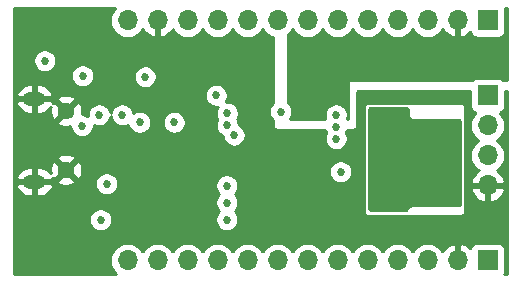
<source format=gbr>
G04 #@! TF.GenerationSoftware,KiCad,Pcbnew,(5.1.4)-1*
G04 #@! TF.CreationDate,2019-12-06T22:53:01-05:00*
G04 #@! TF.ProjectId,STM32G4DevBoard,53544d33-3247-4344-9465-76426f617264,rev?*
G04 #@! TF.SameCoordinates,Original*
G04 #@! TF.FileFunction,Copper,L2,Inr*
G04 #@! TF.FilePolarity,Positive*
%FSLAX46Y46*%
G04 Gerber Fmt 4.6, Leading zero omitted, Abs format (unit mm)*
G04 Created by KiCad (PCBNEW (5.1.4)-1) date 2019-12-06 22:53:01*
%MOMM*%
%LPD*%
G04 APERTURE LIST*
%ADD10O,1.700000X1.700000*%
%ADD11R,1.700000X1.700000*%
%ADD12O,1.900000X1.200000*%
%ADD13C,1.450000*%
%ADD14C,0.685800*%
%ADD15C,0.254000*%
G04 APERTURE END LIST*
D10*
X117094000Y-101473000D03*
X119634000Y-101473000D03*
X122174000Y-101473000D03*
X124714000Y-101473000D03*
X127254000Y-101473000D03*
X129794000Y-101473000D03*
X132334000Y-101473000D03*
X134874000Y-101473000D03*
X137414000Y-101473000D03*
X139954000Y-101473000D03*
X142494000Y-101473000D03*
X145034000Y-101473000D03*
D11*
X147574000Y-101473000D03*
D10*
X117094000Y-81153000D03*
X119634000Y-81153000D03*
X122174000Y-81153000D03*
X124714000Y-81153000D03*
X127254000Y-81153000D03*
X129794000Y-81153000D03*
X132334000Y-81153000D03*
X134874000Y-81153000D03*
X137414000Y-81153000D03*
X139954000Y-81153000D03*
X142494000Y-81153000D03*
X145034000Y-81153000D03*
D11*
X147574000Y-81153000D03*
D12*
X109212400Y-94813000D03*
X109212400Y-87813000D03*
D13*
X111912400Y-93813000D03*
X111912400Y-88813000D03*
D11*
X147574000Y-87513000D03*
D10*
X147574000Y-90053000D03*
X147574000Y-92593000D03*
X147574000Y-95133000D03*
D14*
X144780000Y-96393000D03*
X142367000Y-96393000D03*
X138049000Y-93980000D03*
X138049000Y-91821000D03*
X138049000Y-89027000D03*
X140335000Y-89027000D03*
X140335000Y-90043000D03*
X142367000Y-90043000D03*
X144780000Y-90043000D03*
X144780000Y-92964000D03*
X140335000Y-96774000D03*
X138049000Y-90424000D03*
X128905000Y-85852000D03*
X138049000Y-95250000D03*
X138049000Y-96774000D03*
X135874000Y-95488000D03*
X114681000Y-93599000D03*
X115316000Y-96774000D03*
X109093000Y-98044000D03*
X119634000Y-89789000D03*
X117665500Y-91757500D03*
X113284000Y-92964000D03*
X122428000Y-89789000D03*
X111838600Y-84582000D03*
X133083300Y-91986100D03*
X114808000Y-98044000D03*
X125491185Y-98021085D03*
X135128000Y-93980000D03*
X115316000Y-94996000D03*
X124587000Y-87503000D03*
X110088600Y-84582000D03*
X114681000Y-89154000D03*
X118110000Y-89789000D03*
X116630440Y-89154000D03*
X121031000Y-89789000D03*
X113284000Y-85852000D03*
X113233200Y-90093800D03*
X125539500Y-89027000D03*
X125539500Y-90043000D03*
X126111000Y-90868500D03*
X130048000Y-88900000D03*
X125491185Y-95148400D03*
X125491185Y-96584742D03*
X134747000Y-89154000D03*
X134747000Y-90170000D03*
X134747000Y-91182834D03*
X118579900Y-85940900D03*
X131800600Y-88925400D03*
D15*
G36*
X140715876Y-88579723D02*
G01*
X140753114Y-88602167D01*
X140780003Y-88636333D01*
X140796583Y-88688970D01*
X140867407Y-89255561D01*
X140872293Y-89277965D01*
X140899306Y-89363722D01*
X140909078Y-89386621D01*
X140920640Y-89404110D01*
X140976246Y-89474764D01*
X140993487Y-89492724D01*
X141010487Y-89504991D01*
X141087492Y-89551403D01*
X141109972Y-89562103D01*
X141130213Y-89567562D01*
X141218659Y-89583730D01*
X141241496Y-89585800D01*
X145076291Y-89585800D01*
X145134919Y-89597462D01*
X145174015Y-89623585D01*
X145200138Y-89662681D01*
X145211800Y-89721309D01*
X145211800Y-96689291D01*
X145200138Y-96747919D01*
X145174015Y-96787015D01*
X145134919Y-96813138D01*
X145076291Y-96824800D01*
X141154596Y-96824800D01*
X141123706Y-96828614D01*
X141005741Y-96858195D01*
X140982302Y-96866588D01*
X140960951Y-96879393D01*
X140951269Y-96887347D01*
X140861221Y-96969091D01*
X140840912Y-96992678D01*
X140744043Y-97137982D01*
X140689187Y-97187780D01*
X140617324Y-97205800D01*
X137676509Y-97205800D01*
X137617881Y-97194138D01*
X137578785Y-97168015D01*
X137552662Y-97128919D01*
X137541000Y-97070291D01*
X137541000Y-88705309D01*
X137552662Y-88646681D01*
X137578785Y-88607585D01*
X137617881Y-88581462D01*
X137676509Y-88569800D01*
X140661591Y-88569800D01*
X140715876Y-88579723D01*
X140715876Y-88579723D01*
G37*
X140715876Y-88579723D02*
X140753114Y-88602167D01*
X140780003Y-88636333D01*
X140796583Y-88688970D01*
X140867407Y-89255561D01*
X140872293Y-89277965D01*
X140899306Y-89363722D01*
X140909078Y-89386621D01*
X140920640Y-89404110D01*
X140976246Y-89474764D01*
X140993487Y-89492724D01*
X141010487Y-89504991D01*
X141087492Y-89551403D01*
X141109972Y-89562103D01*
X141130213Y-89567562D01*
X141218659Y-89583730D01*
X141241496Y-89585800D01*
X145076291Y-89585800D01*
X145134919Y-89597462D01*
X145174015Y-89623585D01*
X145200138Y-89662681D01*
X145211800Y-89721309D01*
X145211800Y-96689291D01*
X145200138Y-96747919D01*
X145174015Y-96787015D01*
X145134919Y-96813138D01*
X145076291Y-96824800D01*
X141154596Y-96824800D01*
X141123706Y-96828614D01*
X141005741Y-96858195D01*
X140982302Y-96866588D01*
X140960951Y-96879393D01*
X140951269Y-96887347D01*
X140861221Y-96969091D01*
X140840912Y-96992678D01*
X140744043Y-97137982D01*
X140689187Y-97187780D01*
X140617324Y-97205800D01*
X137676509Y-97205800D01*
X137617881Y-97194138D01*
X137578785Y-97168015D01*
X137552662Y-97128919D01*
X137541000Y-97070291D01*
X137541000Y-88705309D01*
X137552662Y-88646681D01*
X137578785Y-88607585D01*
X137617881Y-88581462D01*
X137676509Y-88569800D01*
X140661591Y-88569800D01*
X140715876Y-88579723D01*
G36*
X149225401Y-86169500D02*
G01*
X148823624Y-86169500D01*
X148778494Y-86132463D01*
X148668180Y-86073498D01*
X148548482Y-86037188D01*
X148424000Y-86024928D01*
X146724000Y-86024928D01*
X146599518Y-86037188D01*
X146479820Y-86073498D01*
X146369506Y-86132463D01*
X146324376Y-86169500D01*
X135890000Y-86169500D01*
X135865224Y-86171940D01*
X135841399Y-86179167D01*
X135819443Y-86190903D01*
X135800197Y-86206697D01*
X135784403Y-86225943D01*
X135772667Y-86247899D01*
X135765440Y-86271724D01*
X135763000Y-86296500D01*
X135763000Y-89534395D01*
X135648133Y-89533849D01*
X135687320Y-89439243D01*
X135724900Y-89250315D01*
X135724900Y-89057685D01*
X135687320Y-88868757D01*
X135613604Y-88690790D01*
X135506585Y-88530625D01*
X135370375Y-88394415D01*
X135210210Y-88287396D01*
X135032243Y-88213680D01*
X134843315Y-88176100D01*
X134650685Y-88176100D01*
X134461757Y-88213680D01*
X134283790Y-88287396D01*
X134123625Y-88394415D01*
X133987415Y-88530625D01*
X133880396Y-88690790D01*
X133806680Y-88868757D01*
X133769100Y-89057685D01*
X133769100Y-89250315D01*
X133806680Y-89439243D01*
X133842314Y-89525270D01*
X130815925Y-89510893D01*
X130914604Y-89363210D01*
X130988320Y-89185243D01*
X131025900Y-88996315D01*
X131025900Y-88803685D01*
X130988320Y-88614757D01*
X130914604Y-88436790D01*
X130807585Y-88276625D01*
X130672273Y-88141313D01*
X130679917Y-82347007D01*
X130849134Y-82208134D01*
X131034706Y-81982014D01*
X131064000Y-81927209D01*
X131093294Y-81982014D01*
X131278866Y-82208134D01*
X131504986Y-82393706D01*
X131762966Y-82531599D01*
X132042889Y-82616513D01*
X132261050Y-82638000D01*
X132406950Y-82638000D01*
X132625111Y-82616513D01*
X132905034Y-82531599D01*
X133163014Y-82393706D01*
X133389134Y-82208134D01*
X133574706Y-81982014D01*
X133604000Y-81927209D01*
X133633294Y-81982014D01*
X133818866Y-82208134D01*
X134044986Y-82393706D01*
X134302966Y-82531599D01*
X134582889Y-82616513D01*
X134801050Y-82638000D01*
X134946950Y-82638000D01*
X135165111Y-82616513D01*
X135445034Y-82531599D01*
X135703014Y-82393706D01*
X135929134Y-82208134D01*
X136114706Y-81982014D01*
X136144000Y-81927209D01*
X136173294Y-81982014D01*
X136358866Y-82208134D01*
X136584986Y-82393706D01*
X136842966Y-82531599D01*
X137122889Y-82616513D01*
X137341050Y-82638000D01*
X137486950Y-82638000D01*
X137705111Y-82616513D01*
X137985034Y-82531599D01*
X138243014Y-82393706D01*
X138469134Y-82208134D01*
X138654706Y-81982014D01*
X138684000Y-81927209D01*
X138713294Y-81982014D01*
X138898866Y-82208134D01*
X139124986Y-82393706D01*
X139382966Y-82531599D01*
X139662889Y-82616513D01*
X139881050Y-82638000D01*
X140026950Y-82638000D01*
X140245111Y-82616513D01*
X140525034Y-82531599D01*
X140783014Y-82393706D01*
X141009134Y-82208134D01*
X141194706Y-81982014D01*
X141224000Y-81927209D01*
X141253294Y-81982014D01*
X141438866Y-82208134D01*
X141664986Y-82393706D01*
X141922966Y-82531599D01*
X142202889Y-82616513D01*
X142421050Y-82638000D01*
X142566950Y-82638000D01*
X142785111Y-82616513D01*
X143065034Y-82531599D01*
X143323014Y-82393706D01*
X143549134Y-82208134D01*
X143734706Y-81982014D01*
X143769201Y-81917477D01*
X143838822Y-82034355D01*
X144033731Y-82250588D01*
X144267080Y-82424641D01*
X144529901Y-82549825D01*
X144677110Y-82594476D01*
X144907000Y-82473155D01*
X144907000Y-81280000D01*
X144887000Y-81280000D01*
X144887000Y-81026000D01*
X144907000Y-81026000D01*
X144907000Y-81006000D01*
X145161000Y-81006000D01*
X145161000Y-81026000D01*
X145181000Y-81026000D01*
X145181000Y-81280000D01*
X145161000Y-81280000D01*
X145161000Y-82473155D01*
X145390890Y-82594476D01*
X145538099Y-82549825D01*
X145800920Y-82424641D01*
X146034269Y-82250588D01*
X146110034Y-82166534D01*
X146134498Y-82247180D01*
X146193463Y-82357494D01*
X146272815Y-82454185D01*
X146369506Y-82533537D01*
X146479820Y-82592502D01*
X146599518Y-82628812D01*
X146724000Y-82641072D01*
X148424000Y-82641072D01*
X148548482Y-82628812D01*
X148668180Y-82592502D01*
X148778494Y-82533537D01*
X148875185Y-82454185D01*
X148954537Y-82357494D01*
X149013502Y-82247180D01*
X149049812Y-82127482D01*
X149062072Y-82003000D01*
X149062072Y-80303000D01*
X149049812Y-80178518D01*
X149037218Y-80137000D01*
X149225401Y-80137000D01*
X149225401Y-86169500D01*
X149225401Y-86169500D01*
G37*
X149225401Y-86169500D02*
X148823624Y-86169500D01*
X148778494Y-86132463D01*
X148668180Y-86073498D01*
X148548482Y-86037188D01*
X148424000Y-86024928D01*
X146724000Y-86024928D01*
X146599518Y-86037188D01*
X146479820Y-86073498D01*
X146369506Y-86132463D01*
X146324376Y-86169500D01*
X135890000Y-86169500D01*
X135865224Y-86171940D01*
X135841399Y-86179167D01*
X135819443Y-86190903D01*
X135800197Y-86206697D01*
X135784403Y-86225943D01*
X135772667Y-86247899D01*
X135765440Y-86271724D01*
X135763000Y-86296500D01*
X135763000Y-89534395D01*
X135648133Y-89533849D01*
X135687320Y-89439243D01*
X135724900Y-89250315D01*
X135724900Y-89057685D01*
X135687320Y-88868757D01*
X135613604Y-88690790D01*
X135506585Y-88530625D01*
X135370375Y-88394415D01*
X135210210Y-88287396D01*
X135032243Y-88213680D01*
X134843315Y-88176100D01*
X134650685Y-88176100D01*
X134461757Y-88213680D01*
X134283790Y-88287396D01*
X134123625Y-88394415D01*
X133987415Y-88530625D01*
X133880396Y-88690790D01*
X133806680Y-88868757D01*
X133769100Y-89057685D01*
X133769100Y-89250315D01*
X133806680Y-89439243D01*
X133842314Y-89525270D01*
X130815925Y-89510893D01*
X130914604Y-89363210D01*
X130988320Y-89185243D01*
X131025900Y-88996315D01*
X131025900Y-88803685D01*
X130988320Y-88614757D01*
X130914604Y-88436790D01*
X130807585Y-88276625D01*
X130672273Y-88141313D01*
X130679917Y-82347007D01*
X130849134Y-82208134D01*
X131034706Y-81982014D01*
X131064000Y-81927209D01*
X131093294Y-81982014D01*
X131278866Y-82208134D01*
X131504986Y-82393706D01*
X131762966Y-82531599D01*
X132042889Y-82616513D01*
X132261050Y-82638000D01*
X132406950Y-82638000D01*
X132625111Y-82616513D01*
X132905034Y-82531599D01*
X133163014Y-82393706D01*
X133389134Y-82208134D01*
X133574706Y-81982014D01*
X133604000Y-81927209D01*
X133633294Y-81982014D01*
X133818866Y-82208134D01*
X134044986Y-82393706D01*
X134302966Y-82531599D01*
X134582889Y-82616513D01*
X134801050Y-82638000D01*
X134946950Y-82638000D01*
X135165111Y-82616513D01*
X135445034Y-82531599D01*
X135703014Y-82393706D01*
X135929134Y-82208134D01*
X136114706Y-81982014D01*
X136144000Y-81927209D01*
X136173294Y-81982014D01*
X136358866Y-82208134D01*
X136584986Y-82393706D01*
X136842966Y-82531599D01*
X137122889Y-82616513D01*
X137341050Y-82638000D01*
X137486950Y-82638000D01*
X137705111Y-82616513D01*
X137985034Y-82531599D01*
X138243014Y-82393706D01*
X138469134Y-82208134D01*
X138654706Y-81982014D01*
X138684000Y-81927209D01*
X138713294Y-81982014D01*
X138898866Y-82208134D01*
X139124986Y-82393706D01*
X139382966Y-82531599D01*
X139662889Y-82616513D01*
X139881050Y-82638000D01*
X140026950Y-82638000D01*
X140245111Y-82616513D01*
X140525034Y-82531599D01*
X140783014Y-82393706D01*
X141009134Y-82208134D01*
X141194706Y-81982014D01*
X141224000Y-81927209D01*
X141253294Y-81982014D01*
X141438866Y-82208134D01*
X141664986Y-82393706D01*
X141922966Y-82531599D01*
X142202889Y-82616513D01*
X142421050Y-82638000D01*
X142566950Y-82638000D01*
X142785111Y-82616513D01*
X143065034Y-82531599D01*
X143323014Y-82393706D01*
X143549134Y-82208134D01*
X143734706Y-81982014D01*
X143769201Y-81917477D01*
X143838822Y-82034355D01*
X144033731Y-82250588D01*
X144267080Y-82424641D01*
X144529901Y-82549825D01*
X144677110Y-82594476D01*
X144907000Y-82473155D01*
X144907000Y-81280000D01*
X144887000Y-81280000D01*
X144887000Y-81026000D01*
X144907000Y-81026000D01*
X144907000Y-81006000D01*
X145161000Y-81006000D01*
X145161000Y-81026000D01*
X145181000Y-81026000D01*
X145181000Y-81280000D01*
X145161000Y-81280000D01*
X145161000Y-82473155D01*
X145390890Y-82594476D01*
X145538099Y-82549825D01*
X145800920Y-82424641D01*
X146034269Y-82250588D01*
X146110034Y-82166534D01*
X146134498Y-82247180D01*
X146193463Y-82357494D01*
X146272815Y-82454185D01*
X146369506Y-82533537D01*
X146479820Y-82592502D01*
X146599518Y-82628812D01*
X146724000Y-82641072D01*
X148424000Y-82641072D01*
X148548482Y-82628812D01*
X148668180Y-82592502D01*
X148778494Y-82533537D01*
X148875185Y-82454185D01*
X148954537Y-82357494D01*
X149013502Y-82247180D01*
X149049812Y-82127482D01*
X149062072Y-82003000D01*
X149062072Y-80303000D01*
X149049812Y-80178518D01*
X149037218Y-80137000D01*
X149225401Y-80137000D01*
X149225401Y-86169500D01*
G36*
X115853294Y-80323986D02*
G01*
X115715401Y-80581966D01*
X115630487Y-80861889D01*
X115601815Y-81153000D01*
X115630487Y-81444111D01*
X115715401Y-81724034D01*
X115853294Y-81982014D01*
X116038866Y-82208134D01*
X116264986Y-82393706D01*
X116522966Y-82531599D01*
X116802889Y-82616513D01*
X117021050Y-82638000D01*
X117166950Y-82638000D01*
X117385111Y-82616513D01*
X117665034Y-82531599D01*
X117923014Y-82393706D01*
X118149134Y-82208134D01*
X118334706Y-81982014D01*
X118369201Y-81917477D01*
X118438822Y-82034355D01*
X118633731Y-82250588D01*
X118867080Y-82424641D01*
X119129901Y-82549825D01*
X119277110Y-82594476D01*
X119507000Y-82473155D01*
X119507000Y-81280000D01*
X119487000Y-81280000D01*
X119487000Y-81026000D01*
X119507000Y-81026000D01*
X119507000Y-81006000D01*
X119761000Y-81006000D01*
X119761000Y-81026000D01*
X119781000Y-81026000D01*
X119781000Y-81280000D01*
X119761000Y-81280000D01*
X119761000Y-82473155D01*
X119990890Y-82594476D01*
X120138099Y-82549825D01*
X120400920Y-82424641D01*
X120634269Y-82250588D01*
X120829178Y-82034355D01*
X120898799Y-81917477D01*
X120933294Y-81982014D01*
X121118866Y-82208134D01*
X121344986Y-82393706D01*
X121602966Y-82531599D01*
X121882889Y-82616513D01*
X122101050Y-82638000D01*
X122246950Y-82638000D01*
X122465111Y-82616513D01*
X122745034Y-82531599D01*
X123003014Y-82393706D01*
X123229134Y-82208134D01*
X123414706Y-81982014D01*
X123444000Y-81927209D01*
X123473294Y-81982014D01*
X123658866Y-82208134D01*
X123884986Y-82393706D01*
X124142966Y-82531599D01*
X124422889Y-82616513D01*
X124641050Y-82638000D01*
X124786950Y-82638000D01*
X125005111Y-82616513D01*
X125285034Y-82531599D01*
X125543014Y-82393706D01*
X125769134Y-82208134D01*
X125954706Y-81982014D01*
X125984000Y-81927209D01*
X126013294Y-81982014D01*
X126198866Y-82208134D01*
X126424986Y-82393706D01*
X126682966Y-82531599D01*
X126962889Y-82616513D01*
X127181050Y-82638000D01*
X127326950Y-82638000D01*
X127545111Y-82616513D01*
X127825034Y-82531599D01*
X128083014Y-82393706D01*
X128309134Y-82208134D01*
X128494706Y-81982014D01*
X128524000Y-81927209D01*
X128553294Y-81982014D01*
X128738866Y-82208134D01*
X128964986Y-82393706D01*
X129222966Y-82531599D01*
X129420907Y-82591644D01*
X129403716Y-88161324D01*
X129288415Y-88276625D01*
X129181396Y-88436790D01*
X129107680Y-88614757D01*
X129070100Y-88803685D01*
X129070100Y-88996315D01*
X129107680Y-89185243D01*
X129181396Y-89363210D01*
X129288415Y-89523375D01*
X129399171Y-89634131D01*
X129397900Y-90045836D01*
X129400273Y-90070668D01*
X129419081Y-90166576D01*
X129426243Y-90190420D01*
X129437975Y-90212490D01*
X129492117Y-90293858D01*
X129507874Y-90313133D01*
X129527170Y-90329019D01*
X129608370Y-90383411D01*
X129630313Y-90395172D01*
X129654224Y-90402446D01*
X129750073Y-90421550D01*
X129774898Y-90424000D01*
X133800465Y-90424000D01*
X133806680Y-90455243D01*
X133880396Y-90633210D01*
X133909266Y-90676417D01*
X133880396Y-90719624D01*
X133806680Y-90897591D01*
X133769100Y-91086519D01*
X133769100Y-91279149D01*
X133806680Y-91468077D01*
X133880396Y-91646044D01*
X133987415Y-91806209D01*
X134123625Y-91942419D01*
X134283790Y-92049438D01*
X134461757Y-92123154D01*
X134650685Y-92160734D01*
X134843315Y-92160734D01*
X135032243Y-92123154D01*
X135210210Y-92049438D01*
X135370375Y-91942419D01*
X135506585Y-91806209D01*
X135613604Y-91646044D01*
X135687320Y-91468077D01*
X135724900Y-91279149D01*
X135724900Y-91086519D01*
X135687320Y-90897591D01*
X135613604Y-90719624D01*
X135584734Y-90676417D01*
X135613604Y-90633210D01*
X135687320Y-90455243D01*
X135693535Y-90424000D01*
X136148000Y-90424000D01*
X136172776Y-90421560D01*
X136268447Y-90402530D01*
X136292272Y-90395303D01*
X136314228Y-90383567D01*
X136395334Y-90329374D01*
X136414579Y-90313580D01*
X136430374Y-90294334D01*
X136484567Y-90213228D01*
X136496303Y-90191271D01*
X136503530Y-90167447D01*
X136522560Y-90071776D01*
X136525000Y-90047000D01*
X136525000Y-88489600D01*
X137083800Y-88489600D01*
X137083800Y-97336800D01*
X137086240Y-97361576D01*
X137105270Y-97457247D01*
X137112497Y-97481072D01*
X137124233Y-97503028D01*
X137178426Y-97584134D01*
X137194220Y-97603379D01*
X137213466Y-97619174D01*
X137294572Y-97673367D01*
X137316529Y-97685103D01*
X137340353Y-97692330D01*
X137436024Y-97711360D01*
X137460800Y-97713800D01*
X145292000Y-97713800D01*
X145316776Y-97711360D01*
X145412447Y-97692330D01*
X145436272Y-97685103D01*
X145458228Y-97673367D01*
X145539334Y-97619174D01*
X145558579Y-97603380D01*
X145574374Y-97584134D01*
X145628567Y-97503028D01*
X145640303Y-97481071D01*
X145647530Y-97457247D01*
X145666560Y-97361576D01*
X145669000Y-97336800D01*
X145669000Y-95489890D01*
X146132524Y-95489890D01*
X146177175Y-95637099D01*
X146302359Y-95899920D01*
X146476412Y-96133269D01*
X146692645Y-96328178D01*
X146942748Y-96477157D01*
X147217109Y-96574481D01*
X147447000Y-96453814D01*
X147447000Y-95260000D01*
X147701000Y-95260000D01*
X147701000Y-96453814D01*
X147930891Y-96574481D01*
X148205252Y-96477157D01*
X148455355Y-96328178D01*
X148671588Y-96133269D01*
X148845641Y-95899920D01*
X148970825Y-95637099D01*
X149015476Y-95489890D01*
X148894155Y-95260000D01*
X147701000Y-95260000D01*
X147447000Y-95260000D01*
X146253845Y-95260000D01*
X146132524Y-95489890D01*
X145669000Y-95489890D01*
X145669000Y-88489600D01*
X145666560Y-88464824D01*
X145647530Y-88369153D01*
X145640303Y-88345328D01*
X145628567Y-88323372D01*
X145574374Y-88242266D01*
X145558580Y-88223021D01*
X145539334Y-88207226D01*
X145458228Y-88153033D01*
X145436271Y-88141297D01*
X145412447Y-88134070D01*
X145316776Y-88115040D01*
X145292000Y-88112600D01*
X137460800Y-88112600D01*
X137436024Y-88115040D01*
X137340353Y-88134070D01*
X137316528Y-88141297D01*
X137294572Y-88153033D01*
X137213466Y-88207226D01*
X137194221Y-88223020D01*
X137178426Y-88242266D01*
X137124233Y-88323372D01*
X137112497Y-88345329D01*
X137105270Y-88369153D01*
X137086240Y-88464824D01*
X137083800Y-88489600D01*
X136525000Y-88489600D01*
X136525000Y-87257509D01*
X136536662Y-87198881D01*
X136562785Y-87159785D01*
X136601881Y-87133662D01*
X136660509Y-87122000D01*
X146085928Y-87122000D01*
X146085928Y-88363000D01*
X146098188Y-88487482D01*
X146134498Y-88607180D01*
X146193463Y-88717494D01*
X146272815Y-88814185D01*
X146369506Y-88893537D01*
X146479820Y-88952502D01*
X146548687Y-88973393D01*
X146518866Y-88997866D01*
X146333294Y-89223986D01*
X146195401Y-89481966D01*
X146110487Y-89761889D01*
X146081815Y-90053000D01*
X146110487Y-90344111D01*
X146195401Y-90624034D01*
X146333294Y-90882014D01*
X146518866Y-91108134D01*
X146744986Y-91293706D01*
X146799791Y-91323000D01*
X146744986Y-91352294D01*
X146518866Y-91537866D01*
X146333294Y-91763986D01*
X146195401Y-92021966D01*
X146110487Y-92301889D01*
X146081815Y-92593000D01*
X146110487Y-92884111D01*
X146195401Y-93164034D01*
X146333294Y-93422014D01*
X146518866Y-93648134D01*
X146744986Y-93833706D01*
X146809523Y-93868201D01*
X146692645Y-93937822D01*
X146476412Y-94132731D01*
X146302359Y-94366080D01*
X146177175Y-94628901D01*
X146132524Y-94776110D01*
X146253845Y-95006000D01*
X147447000Y-95006000D01*
X147447000Y-94986000D01*
X147701000Y-94986000D01*
X147701000Y-95006000D01*
X148894155Y-95006000D01*
X149015476Y-94776110D01*
X148970825Y-94628901D01*
X148845641Y-94366080D01*
X148671588Y-94132731D01*
X148455355Y-93937822D01*
X148338477Y-93868201D01*
X148403014Y-93833706D01*
X148629134Y-93648134D01*
X148814706Y-93422014D01*
X148952599Y-93164034D01*
X149037513Y-92884111D01*
X149066185Y-92593000D01*
X149037513Y-92301889D01*
X148952599Y-92021966D01*
X148814706Y-91763986D01*
X148629134Y-91537866D01*
X148403014Y-91352294D01*
X148348209Y-91323000D01*
X148403014Y-91293706D01*
X148629134Y-91108134D01*
X148814706Y-90882014D01*
X148952599Y-90624034D01*
X149037513Y-90344111D01*
X149066185Y-90053000D01*
X149037513Y-89761889D01*
X148952599Y-89481966D01*
X148814706Y-89223986D01*
X148629134Y-88997866D01*
X148599313Y-88973393D01*
X148668180Y-88952502D01*
X148778494Y-88893537D01*
X148875185Y-88814185D01*
X148954537Y-88717494D01*
X149013502Y-88607180D01*
X149049812Y-88487482D01*
X149062072Y-88363000D01*
X149062072Y-87122000D01*
X149216491Y-87122000D01*
X149225401Y-87123772D01*
X149225400Y-102613000D01*
X148989010Y-102613000D01*
X149013502Y-102567180D01*
X149049812Y-102447482D01*
X149062072Y-102323000D01*
X149062072Y-100623000D01*
X149049812Y-100498518D01*
X149013502Y-100378820D01*
X148954537Y-100268506D01*
X148875185Y-100171815D01*
X148778494Y-100092463D01*
X148668180Y-100033498D01*
X148548482Y-99997188D01*
X148424000Y-99984928D01*
X146724000Y-99984928D01*
X146599518Y-99997188D01*
X146479820Y-100033498D01*
X146369506Y-100092463D01*
X146272815Y-100171815D01*
X146193463Y-100268506D01*
X146134498Y-100378820D01*
X146110034Y-100459466D01*
X146034269Y-100375412D01*
X145800920Y-100201359D01*
X145538099Y-100076175D01*
X145390890Y-100031524D01*
X145161000Y-100152845D01*
X145161000Y-101346000D01*
X145181000Y-101346000D01*
X145181000Y-101600000D01*
X145161000Y-101600000D01*
X145161000Y-101620000D01*
X144907000Y-101620000D01*
X144907000Y-101600000D01*
X144887000Y-101600000D01*
X144887000Y-101346000D01*
X144907000Y-101346000D01*
X144907000Y-100152845D01*
X144677110Y-100031524D01*
X144529901Y-100076175D01*
X144267080Y-100201359D01*
X144033731Y-100375412D01*
X143838822Y-100591645D01*
X143769201Y-100708523D01*
X143734706Y-100643986D01*
X143549134Y-100417866D01*
X143323014Y-100232294D01*
X143065034Y-100094401D01*
X142785111Y-100009487D01*
X142566950Y-99988000D01*
X142421050Y-99988000D01*
X142202889Y-100009487D01*
X141922966Y-100094401D01*
X141664986Y-100232294D01*
X141438866Y-100417866D01*
X141253294Y-100643986D01*
X141224000Y-100698791D01*
X141194706Y-100643986D01*
X141009134Y-100417866D01*
X140783014Y-100232294D01*
X140525034Y-100094401D01*
X140245111Y-100009487D01*
X140026950Y-99988000D01*
X139881050Y-99988000D01*
X139662889Y-100009487D01*
X139382966Y-100094401D01*
X139124986Y-100232294D01*
X138898866Y-100417866D01*
X138713294Y-100643986D01*
X138684000Y-100698791D01*
X138654706Y-100643986D01*
X138469134Y-100417866D01*
X138243014Y-100232294D01*
X137985034Y-100094401D01*
X137705111Y-100009487D01*
X137486950Y-99988000D01*
X137341050Y-99988000D01*
X137122889Y-100009487D01*
X136842966Y-100094401D01*
X136584986Y-100232294D01*
X136358866Y-100417866D01*
X136173294Y-100643986D01*
X136144000Y-100698791D01*
X136114706Y-100643986D01*
X135929134Y-100417866D01*
X135703014Y-100232294D01*
X135445034Y-100094401D01*
X135165111Y-100009487D01*
X134946950Y-99988000D01*
X134801050Y-99988000D01*
X134582889Y-100009487D01*
X134302966Y-100094401D01*
X134044986Y-100232294D01*
X133818866Y-100417866D01*
X133633294Y-100643986D01*
X133604000Y-100698791D01*
X133574706Y-100643986D01*
X133389134Y-100417866D01*
X133163014Y-100232294D01*
X132905034Y-100094401D01*
X132625111Y-100009487D01*
X132406950Y-99988000D01*
X132261050Y-99988000D01*
X132042889Y-100009487D01*
X131762966Y-100094401D01*
X131504986Y-100232294D01*
X131278866Y-100417866D01*
X131093294Y-100643986D01*
X131064000Y-100698791D01*
X131034706Y-100643986D01*
X130849134Y-100417866D01*
X130623014Y-100232294D01*
X130365034Y-100094401D01*
X130085111Y-100009487D01*
X129866950Y-99988000D01*
X129721050Y-99988000D01*
X129502889Y-100009487D01*
X129222966Y-100094401D01*
X128964986Y-100232294D01*
X128738866Y-100417866D01*
X128553294Y-100643986D01*
X128524000Y-100698791D01*
X128494706Y-100643986D01*
X128309134Y-100417866D01*
X128083014Y-100232294D01*
X127825034Y-100094401D01*
X127545111Y-100009487D01*
X127326950Y-99988000D01*
X127181050Y-99988000D01*
X126962889Y-100009487D01*
X126682966Y-100094401D01*
X126424986Y-100232294D01*
X126198866Y-100417866D01*
X126013294Y-100643986D01*
X125984000Y-100698791D01*
X125954706Y-100643986D01*
X125769134Y-100417866D01*
X125543014Y-100232294D01*
X125285034Y-100094401D01*
X125005111Y-100009487D01*
X124786950Y-99988000D01*
X124641050Y-99988000D01*
X124422889Y-100009487D01*
X124142966Y-100094401D01*
X123884986Y-100232294D01*
X123658866Y-100417866D01*
X123473294Y-100643986D01*
X123444000Y-100698791D01*
X123414706Y-100643986D01*
X123229134Y-100417866D01*
X123003014Y-100232294D01*
X122745034Y-100094401D01*
X122465111Y-100009487D01*
X122246950Y-99988000D01*
X122101050Y-99988000D01*
X121882889Y-100009487D01*
X121602966Y-100094401D01*
X121344986Y-100232294D01*
X121118866Y-100417866D01*
X120933294Y-100643986D01*
X120904000Y-100698791D01*
X120874706Y-100643986D01*
X120689134Y-100417866D01*
X120463014Y-100232294D01*
X120205034Y-100094401D01*
X119925111Y-100009487D01*
X119706950Y-99988000D01*
X119561050Y-99988000D01*
X119342889Y-100009487D01*
X119062966Y-100094401D01*
X118804986Y-100232294D01*
X118578866Y-100417866D01*
X118393294Y-100643986D01*
X118364000Y-100698791D01*
X118334706Y-100643986D01*
X118149134Y-100417866D01*
X117923014Y-100232294D01*
X117665034Y-100094401D01*
X117385111Y-100009487D01*
X117166950Y-99988000D01*
X117021050Y-99988000D01*
X116802889Y-100009487D01*
X116522966Y-100094401D01*
X116264986Y-100232294D01*
X116038866Y-100417866D01*
X115853294Y-100643986D01*
X115715401Y-100901966D01*
X115630487Y-101181889D01*
X115601815Y-101473000D01*
X115630487Y-101764111D01*
X115715401Y-102044034D01*
X115853294Y-102302014D01*
X116038866Y-102528134D01*
X116142275Y-102613000D01*
X107469900Y-102613000D01*
X107469900Y-97947685D01*
X113830100Y-97947685D01*
X113830100Y-98140315D01*
X113867680Y-98329243D01*
X113941396Y-98507210D01*
X114048415Y-98667375D01*
X114184625Y-98803585D01*
X114344790Y-98910604D01*
X114522757Y-98984320D01*
X114711685Y-99021900D01*
X114904315Y-99021900D01*
X115093243Y-98984320D01*
X115271210Y-98910604D01*
X115431375Y-98803585D01*
X115567585Y-98667375D01*
X115674604Y-98507210D01*
X115748320Y-98329243D01*
X115785900Y-98140315D01*
X115785900Y-97947685D01*
X115748320Y-97758757D01*
X115674604Y-97580790D01*
X115567585Y-97420625D01*
X115431375Y-97284415D01*
X115271210Y-97177396D01*
X115093243Y-97103680D01*
X114904315Y-97066100D01*
X114711685Y-97066100D01*
X114522757Y-97103680D01*
X114344790Y-97177396D01*
X114184625Y-97284415D01*
X114048415Y-97420625D01*
X113941396Y-97580790D01*
X113867680Y-97758757D01*
X113830100Y-97947685D01*
X107469900Y-97947685D01*
X107469900Y-95130609D01*
X107668938Y-95130609D01*
X107672809Y-95168282D01*
X107764979Y-95393533D01*
X107899322Y-95596474D01*
X108070675Y-95769307D01*
X108272454Y-95905390D01*
X108496904Y-95999493D01*
X108735400Y-96048000D01*
X109085400Y-96048000D01*
X109085400Y-94940000D01*
X109339400Y-94940000D01*
X109339400Y-96048000D01*
X109689400Y-96048000D01*
X109927896Y-95999493D01*
X110152346Y-95905390D01*
X110354125Y-95769307D01*
X110525478Y-95596474D01*
X110659821Y-95393533D01*
X110751991Y-95168282D01*
X110755862Y-95130609D01*
X110631131Y-94940000D01*
X109339400Y-94940000D01*
X109085400Y-94940000D01*
X107793669Y-94940000D01*
X107668938Y-95130609D01*
X107469900Y-95130609D01*
X107469900Y-94752133D01*
X111152872Y-94752133D01*
X111215365Y-94988450D01*
X111458078Y-95101850D01*
X111718249Y-95165719D01*
X111985882Y-95177604D01*
X112250691Y-95137048D01*
X112502500Y-95045609D01*
X112609435Y-94988450D01*
X112632908Y-94899685D01*
X114338100Y-94899685D01*
X114338100Y-95092315D01*
X114375680Y-95281243D01*
X114449396Y-95459210D01*
X114556415Y-95619375D01*
X114692625Y-95755585D01*
X114852790Y-95862604D01*
X115030757Y-95936320D01*
X115219685Y-95973900D01*
X115412315Y-95973900D01*
X115601243Y-95936320D01*
X115779210Y-95862604D01*
X115939375Y-95755585D01*
X116075585Y-95619375D01*
X116182604Y-95459210D01*
X116256320Y-95281243D01*
X116293900Y-95092315D01*
X116293900Y-95052085D01*
X124513285Y-95052085D01*
X124513285Y-95244715D01*
X124550865Y-95433643D01*
X124624581Y-95611610D01*
X124731600Y-95771775D01*
X124826396Y-95866571D01*
X124731600Y-95961367D01*
X124624581Y-96121532D01*
X124550865Y-96299499D01*
X124513285Y-96488427D01*
X124513285Y-96681057D01*
X124550865Y-96869985D01*
X124624581Y-97047952D01*
X124731600Y-97208117D01*
X124826397Y-97302914D01*
X124731600Y-97397710D01*
X124624581Y-97557875D01*
X124550865Y-97735842D01*
X124513285Y-97924770D01*
X124513285Y-98117400D01*
X124550865Y-98306328D01*
X124624581Y-98484295D01*
X124731600Y-98644460D01*
X124867810Y-98780670D01*
X125027975Y-98887689D01*
X125205942Y-98961405D01*
X125394870Y-98998985D01*
X125587500Y-98998985D01*
X125776428Y-98961405D01*
X125954395Y-98887689D01*
X126114560Y-98780670D01*
X126250770Y-98644460D01*
X126357789Y-98484295D01*
X126431505Y-98306328D01*
X126469085Y-98117400D01*
X126469085Y-97924770D01*
X126431505Y-97735842D01*
X126357789Y-97557875D01*
X126250770Y-97397710D01*
X126155974Y-97302914D01*
X126250770Y-97208117D01*
X126357789Y-97047952D01*
X126431505Y-96869985D01*
X126469085Y-96681057D01*
X126469085Y-96488427D01*
X126431505Y-96299499D01*
X126357789Y-96121532D01*
X126250770Y-95961367D01*
X126155974Y-95866571D01*
X126250770Y-95771775D01*
X126357789Y-95611610D01*
X126431505Y-95433643D01*
X126469085Y-95244715D01*
X126469085Y-95052085D01*
X126431505Y-94863157D01*
X126357789Y-94685190D01*
X126250770Y-94525025D01*
X126114560Y-94388815D01*
X125954395Y-94281796D01*
X125776428Y-94208080D01*
X125587500Y-94170500D01*
X125394870Y-94170500D01*
X125205942Y-94208080D01*
X125027975Y-94281796D01*
X124867810Y-94388815D01*
X124731600Y-94525025D01*
X124624581Y-94685190D01*
X124550865Y-94863157D01*
X124513285Y-95052085D01*
X116293900Y-95052085D01*
X116293900Y-94899685D01*
X116256320Y-94710757D01*
X116182604Y-94532790D01*
X116075585Y-94372625D01*
X115939375Y-94236415D01*
X115779210Y-94129396D01*
X115601243Y-94055680D01*
X115412315Y-94018100D01*
X115219685Y-94018100D01*
X115030757Y-94055680D01*
X114852790Y-94129396D01*
X114692625Y-94236415D01*
X114556415Y-94372625D01*
X114449396Y-94532790D01*
X114375680Y-94710757D01*
X114338100Y-94899685D01*
X112632908Y-94899685D01*
X112671928Y-94752133D01*
X111912400Y-93992605D01*
X111152872Y-94752133D01*
X107469900Y-94752133D01*
X107469900Y-94495391D01*
X107668938Y-94495391D01*
X107793669Y-94686000D01*
X109085400Y-94686000D01*
X109085400Y-93578000D01*
X109339400Y-93578000D01*
X109339400Y-94686000D01*
X110631131Y-94686000D01*
X110744903Y-94512138D01*
X110973267Y-94572528D01*
X111732795Y-93813000D01*
X112092005Y-93813000D01*
X112851533Y-94572528D01*
X113087850Y-94510035D01*
X113201250Y-94267322D01*
X113265119Y-94007151D01*
X113270601Y-93883685D01*
X134150100Y-93883685D01*
X134150100Y-94076315D01*
X134187680Y-94265243D01*
X134261396Y-94443210D01*
X134368415Y-94603375D01*
X134504625Y-94739585D01*
X134664790Y-94846604D01*
X134842757Y-94920320D01*
X135031685Y-94957900D01*
X135224315Y-94957900D01*
X135413243Y-94920320D01*
X135591210Y-94846604D01*
X135751375Y-94739585D01*
X135887585Y-94603375D01*
X135994604Y-94443210D01*
X136068320Y-94265243D01*
X136105900Y-94076315D01*
X136105900Y-93883685D01*
X136068320Y-93694757D01*
X135994604Y-93516790D01*
X135887585Y-93356625D01*
X135751375Y-93220415D01*
X135591210Y-93113396D01*
X135413243Y-93039680D01*
X135224315Y-93002100D01*
X135031685Y-93002100D01*
X134842757Y-93039680D01*
X134664790Y-93113396D01*
X134504625Y-93220415D01*
X134368415Y-93356625D01*
X134261396Y-93516790D01*
X134187680Y-93694757D01*
X134150100Y-93883685D01*
X113270601Y-93883685D01*
X113277004Y-93739518D01*
X113236448Y-93474709D01*
X113145009Y-93222900D01*
X113087850Y-93115965D01*
X112851533Y-93053472D01*
X112092005Y-93813000D01*
X111732795Y-93813000D01*
X110973267Y-93053472D01*
X110736950Y-93115965D01*
X110623550Y-93358678D01*
X110559681Y-93618849D01*
X110547796Y-93886482D01*
X110583015Y-94116442D01*
X110525478Y-94029526D01*
X110354125Y-93856693D01*
X110152346Y-93720610D01*
X109927896Y-93626507D01*
X109689400Y-93578000D01*
X109339400Y-93578000D01*
X109085400Y-93578000D01*
X108735400Y-93578000D01*
X108496904Y-93626507D01*
X108272454Y-93720610D01*
X108070675Y-93856693D01*
X107899322Y-94029526D01*
X107764979Y-94232467D01*
X107672809Y-94457718D01*
X107668938Y-94495391D01*
X107469900Y-94495391D01*
X107469900Y-92873867D01*
X111152872Y-92873867D01*
X111912400Y-93633395D01*
X112671928Y-92873867D01*
X112609435Y-92637550D01*
X112366722Y-92524150D01*
X112106551Y-92460281D01*
X111838918Y-92448396D01*
X111574109Y-92488952D01*
X111322300Y-92580391D01*
X111215365Y-92637550D01*
X111152872Y-92873867D01*
X107469900Y-92873867D01*
X107469900Y-89752133D01*
X111152872Y-89752133D01*
X111215365Y-89988450D01*
X111458078Y-90101850D01*
X111718249Y-90165719D01*
X111985882Y-90177604D01*
X112250691Y-90137048D01*
X112255300Y-90135374D01*
X112255300Y-90190115D01*
X112292880Y-90379043D01*
X112366596Y-90557010D01*
X112473615Y-90717175D01*
X112609825Y-90853385D01*
X112769990Y-90960404D01*
X112947957Y-91034120D01*
X113136885Y-91071700D01*
X113329515Y-91071700D01*
X113518443Y-91034120D01*
X113696410Y-90960404D01*
X113856575Y-90853385D01*
X113992785Y-90717175D01*
X114099804Y-90557010D01*
X114173520Y-90379043D01*
X114211100Y-90190115D01*
X114211100Y-90016134D01*
X114217790Y-90020604D01*
X114395757Y-90094320D01*
X114584685Y-90131900D01*
X114777315Y-90131900D01*
X114966243Y-90094320D01*
X115144210Y-90020604D01*
X115304375Y-89913585D01*
X115440585Y-89777375D01*
X115547604Y-89617210D01*
X115621320Y-89439243D01*
X115655720Y-89266302D01*
X115690120Y-89439243D01*
X115763836Y-89617210D01*
X115870855Y-89777375D01*
X116007065Y-89913585D01*
X116167230Y-90020604D01*
X116345197Y-90094320D01*
X116534125Y-90131900D01*
X116726755Y-90131900D01*
X116915683Y-90094320D01*
X117093650Y-90020604D01*
X117151343Y-89982055D01*
X117169680Y-90074243D01*
X117243396Y-90252210D01*
X117350415Y-90412375D01*
X117486625Y-90548585D01*
X117646790Y-90655604D01*
X117824757Y-90729320D01*
X118013685Y-90766900D01*
X118206315Y-90766900D01*
X118395243Y-90729320D01*
X118573210Y-90655604D01*
X118733375Y-90548585D01*
X118869585Y-90412375D01*
X118976604Y-90252210D01*
X119050320Y-90074243D01*
X119087900Y-89885315D01*
X119087900Y-89692685D01*
X120053100Y-89692685D01*
X120053100Y-89885315D01*
X120090680Y-90074243D01*
X120164396Y-90252210D01*
X120271415Y-90412375D01*
X120407625Y-90548585D01*
X120567790Y-90655604D01*
X120745757Y-90729320D01*
X120934685Y-90766900D01*
X121127315Y-90766900D01*
X121316243Y-90729320D01*
X121494210Y-90655604D01*
X121654375Y-90548585D01*
X121790585Y-90412375D01*
X121897604Y-90252210D01*
X121971320Y-90074243D01*
X122008900Y-89885315D01*
X122008900Y-89692685D01*
X121971320Y-89503757D01*
X121897604Y-89325790D01*
X121790585Y-89165625D01*
X121654375Y-89029415D01*
X121494210Y-88922396D01*
X121316243Y-88848680D01*
X121127315Y-88811100D01*
X120934685Y-88811100D01*
X120745757Y-88848680D01*
X120567790Y-88922396D01*
X120407625Y-89029415D01*
X120271415Y-89165625D01*
X120164396Y-89325790D01*
X120090680Y-89503757D01*
X120053100Y-89692685D01*
X119087900Y-89692685D01*
X119050320Y-89503757D01*
X118976604Y-89325790D01*
X118869585Y-89165625D01*
X118733375Y-89029415D01*
X118573210Y-88922396D01*
X118395243Y-88848680D01*
X118206315Y-88811100D01*
X118013685Y-88811100D01*
X117824757Y-88848680D01*
X117646790Y-88922396D01*
X117589097Y-88960945D01*
X117570760Y-88868757D01*
X117497044Y-88690790D01*
X117390025Y-88530625D01*
X117253815Y-88394415D01*
X117093650Y-88287396D01*
X116915683Y-88213680D01*
X116726755Y-88176100D01*
X116534125Y-88176100D01*
X116345197Y-88213680D01*
X116167230Y-88287396D01*
X116007065Y-88394415D01*
X115870855Y-88530625D01*
X115763836Y-88690790D01*
X115690120Y-88868757D01*
X115655720Y-89041698D01*
X115621320Y-88868757D01*
X115547604Y-88690790D01*
X115440585Y-88530625D01*
X115304375Y-88394415D01*
X115144210Y-88287396D01*
X114966243Y-88213680D01*
X114777315Y-88176100D01*
X114584685Y-88176100D01*
X114395757Y-88213680D01*
X114217790Y-88287396D01*
X114057625Y-88394415D01*
X113921415Y-88530625D01*
X113814396Y-88690790D01*
X113740680Y-88868757D01*
X113703100Y-89057685D01*
X113703100Y-89231666D01*
X113696410Y-89227196D01*
X113518443Y-89153480D01*
X113329515Y-89115900D01*
X113238422Y-89115900D01*
X113265119Y-89007151D01*
X113277004Y-88739518D01*
X113236448Y-88474709D01*
X113145009Y-88222900D01*
X113087850Y-88115965D01*
X112851533Y-88053472D01*
X112092005Y-88813000D01*
X112106148Y-88827143D01*
X111926543Y-89006748D01*
X111912400Y-88992605D01*
X111152872Y-89752133D01*
X107469900Y-89752133D01*
X107469900Y-88130609D01*
X107668938Y-88130609D01*
X107672809Y-88168282D01*
X107764979Y-88393533D01*
X107899322Y-88596474D01*
X108070675Y-88769307D01*
X108272454Y-88905390D01*
X108496904Y-88999493D01*
X108735400Y-89048000D01*
X109085400Y-89048000D01*
X109085400Y-87940000D01*
X109339400Y-87940000D01*
X109339400Y-89048000D01*
X109689400Y-89048000D01*
X109927896Y-88999493D01*
X110152346Y-88905390D01*
X110354125Y-88769307D01*
X110525478Y-88596474D01*
X110588571Y-88501164D01*
X110559681Y-88618849D01*
X110547796Y-88886482D01*
X110588352Y-89151291D01*
X110679791Y-89403100D01*
X110736950Y-89510035D01*
X110973267Y-89572528D01*
X111732795Y-88813000D01*
X110973267Y-88053472D01*
X110744903Y-88113862D01*
X110631131Y-87940000D01*
X109339400Y-87940000D01*
X109085400Y-87940000D01*
X107793669Y-87940000D01*
X107668938Y-88130609D01*
X107469900Y-88130609D01*
X107469900Y-87873867D01*
X111152872Y-87873867D01*
X111912400Y-88633395D01*
X112671928Y-87873867D01*
X112609435Y-87637550D01*
X112366722Y-87524150D01*
X112106551Y-87460281D01*
X111838918Y-87448396D01*
X111574109Y-87488952D01*
X111322300Y-87580391D01*
X111215365Y-87637550D01*
X111152872Y-87873867D01*
X107469900Y-87873867D01*
X107469900Y-87495391D01*
X107668938Y-87495391D01*
X107793669Y-87686000D01*
X109085400Y-87686000D01*
X109085400Y-86578000D01*
X109339400Y-86578000D01*
X109339400Y-87686000D01*
X110631131Y-87686000D01*
X110755862Y-87495391D01*
X110751991Y-87457718D01*
X110731109Y-87406685D01*
X123609100Y-87406685D01*
X123609100Y-87599315D01*
X123646680Y-87788243D01*
X123720396Y-87966210D01*
X123827415Y-88126375D01*
X123963625Y-88262585D01*
X124123790Y-88369604D01*
X124301757Y-88443320D01*
X124490685Y-88480900D01*
X124683315Y-88480900D01*
X124735174Y-88470585D01*
X124672896Y-88563790D01*
X124599180Y-88741757D01*
X124561600Y-88930685D01*
X124561600Y-89123315D01*
X124599180Y-89312243D01*
X124672896Y-89490210D01*
X124702824Y-89535000D01*
X124672896Y-89579790D01*
X124599180Y-89757757D01*
X124561600Y-89946685D01*
X124561600Y-90139315D01*
X124599180Y-90328243D01*
X124672896Y-90506210D01*
X124779915Y-90666375D01*
X124916125Y-90802585D01*
X125076290Y-90909604D01*
X125133100Y-90933135D01*
X125133100Y-90964815D01*
X125170680Y-91153743D01*
X125244396Y-91331710D01*
X125351415Y-91491875D01*
X125487625Y-91628085D01*
X125647790Y-91735104D01*
X125825757Y-91808820D01*
X126014685Y-91846400D01*
X126207315Y-91846400D01*
X126396243Y-91808820D01*
X126574210Y-91735104D01*
X126734375Y-91628085D01*
X126870585Y-91491875D01*
X126977604Y-91331710D01*
X127051320Y-91153743D01*
X127088900Y-90964815D01*
X127088900Y-90772185D01*
X127051320Y-90583257D01*
X126977604Y-90405290D01*
X126870585Y-90245125D01*
X126734375Y-90108915D01*
X126574210Y-90001896D01*
X126517400Y-89978365D01*
X126517400Y-89946685D01*
X126479820Y-89757757D01*
X126406104Y-89579790D01*
X126376176Y-89535000D01*
X126406104Y-89490210D01*
X126479820Y-89312243D01*
X126517400Y-89123315D01*
X126517400Y-88930685D01*
X126479820Y-88741757D01*
X126406104Y-88563790D01*
X126299085Y-88403625D01*
X126162875Y-88267415D01*
X126002710Y-88160396D01*
X125824743Y-88086680D01*
X125635815Y-88049100D01*
X125443185Y-88049100D01*
X125391326Y-88059415D01*
X125453604Y-87966210D01*
X125527320Y-87788243D01*
X125564900Y-87599315D01*
X125564900Y-87406685D01*
X125527320Y-87217757D01*
X125453604Y-87039790D01*
X125346585Y-86879625D01*
X125210375Y-86743415D01*
X125050210Y-86636396D01*
X124872243Y-86562680D01*
X124683315Y-86525100D01*
X124490685Y-86525100D01*
X124301757Y-86562680D01*
X124123790Y-86636396D01*
X123963625Y-86743415D01*
X123827415Y-86879625D01*
X123720396Y-87039790D01*
X123646680Y-87217757D01*
X123609100Y-87406685D01*
X110731109Y-87406685D01*
X110659821Y-87232467D01*
X110525478Y-87029526D01*
X110354125Y-86856693D01*
X110152346Y-86720610D01*
X109927896Y-86626507D01*
X109689400Y-86578000D01*
X109339400Y-86578000D01*
X109085400Y-86578000D01*
X108735400Y-86578000D01*
X108496904Y-86626507D01*
X108272454Y-86720610D01*
X108070675Y-86856693D01*
X107899322Y-87029526D01*
X107764979Y-87232467D01*
X107672809Y-87457718D01*
X107668938Y-87495391D01*
X107469900Y-87495391D01*
X107469900Y-85755685D01*
X112306100Y-85755685D01*
X112306100Y-85948315D01*
X112343680Y-86137243D01*
X112417396Y-86315210D01*
X112524415Y-86475375D01*
X112660625Y-86611585D01*
X112820790Y-86718604D01*
X112998757Y-86792320D01*
X113187685Y-86829900D01*
X113380315Y-86829900D01*
X113569243Y-86792320D01*
X113747210Y-86718604D01*
X113907375Y-86611585D01*
X114043585Y-86475375D01*
X114150604Y-86315210D01*
X114224320Y-86137243D01*
X114261900Y-85948315D01*
X114261900Y-85844585D01*
X117602000Y-85844585D01*
X117602000Y-86037215D01*
X117639580Y-86226143D01*
X117713296Y-86404110D01*
X117820315Y-86564275D01*
X117956525Y-86700485D01*
X118116690Y-86807504D01*
X118294657Y-86881220D01*
X118483585Y-86918800D01*
X118676215Y-86918800D01*
X118865143Y-86881220D01*
X119043110Y-86807504D01*
X119203275Y-86700485D01*
X119339485Y-86564275D01*
X119446504Y-86404110D01*
X119520220Y-86226143D01*
X119557800Y-86037215D01*
X119557800Y-85844585D01*
X119520220Y-85655657D01*
X119446504Y-85477690D01*
X119339485Y-85317525D01*
X119203275Y-85181315D01*
X119043110Y-85074296D01*
X118865143Y-85000580D01*
X118676215Y-84963000D01*
X118483585Y-84963000D01*
X118294657Y-85000580D01*
X118116690Y-85074296D01*
X117956525Y-85181315D01*
X117820315Y-85317525D01*
X117713296Y-85477690D01*
X117639580Y-85655657D01*
X117602000Y-85844585D01*
X114261900Y-85844585D01*
X114261900Y-85755685D01*
X114224320Y-85566757D01*
X114150604Y-85388790D01*
X114043585Y-85228625D01*
X113907375Y-85092415D01*
X113747210Y-84985396D01*
X113569243Y-84911680D01*
X113380315Y-84874100D01*
X113187685Y-84874100D01*
X112998757Y-84911680D01*
X112820790Y-84985396D01*
X112660625Y-85092415D01*
X112524415Y-85228625D01*
X112417396Y-85388790D01*
X112343680Y-85566757D01*
X112306100Y-85755685D01*
X107469900Y-85755685D01*
X107469900Y-84485685D01*
X109110700Y-84485685D01*
X109110700Y-84678315D01*
X109148280Y-84867243D01*
X109221996Y-85045210D01*
X109329015Y-85205375D01*
X109465225Y-85341585D01*
X109625390Y-85448604D01*
X109803357Y-85522320D01*
X109992285Y-85559900D01*
X110184915Y-85559900D01*
X110373843Y-85522320D01*
X110551810Y-85448604D01*
X110711975Y-85341585D01*
X110848185Y-85205375D01*
X110955204Y-85045210D01*
X111028920Y-84867243D01*
X111066500Y-84678315D01*
X111066500Y-84485685D01*
X111028920Y-84296757D01*
X110955204Y-84118790D01*
X110848185Y-83958625D01*
X110711975Y-83822415D01*
X110551810Y-83715396D01*
X110373843Y-83641680D01*
X110184915Y-83604100D01*
X109992285Y-83604100D01*
X109803357Y-83641680D01*
X109625390Y-83715396D01*
X109465225Y-83822415D01*
X109329015Y-83958625D01*
X109221996Y-84118790D01*
X109148280Y-84296757D01*
X109110700Y-84485685D01*
X107469900Y-84485685D01*
X107469900Y-80152247D01*
X116005261Y-80138814D01*
X115853294Y-80323986D01*
X115853294Y-80323986D01*
G37*
X115853294Y-80323986D02*
X115715401Y-80581966D01*
X115630487Y-80861889D01*
X115601815Y-81153000D01*
X115630487Y-81444111D01*
X115715401Y-81724034D01*
X115853294Y-81982014D01*
X116038866Y-82208134D01*
X116264986Y-82393706D01*
X116522966Y-82531599D01*
X116802889Y-82616513D01*
X117021050Y-82638000D01*
X117166950Y-82638000D01*
X117385111Y-82616513D01*
X117665034Y-82531599D01*
X117923014Y-82393706D01*
X118149134Y-82208134D01*
X118334706Y-81982014D01*
X118369201Y-81917477D01*
X118438822Y-82034355D01*
X118633731Y-82250588D01*
X118867080Y-82424641D01*
X119129901Y-82549825D01*
X119277110Y-82594476D01*
X119507000Y-82473155D01*
X119507000Y-81280000D01*
X119487000Y-81280000D01*
X119487000Y-81026000D01*
X119507000Y-81026000D01*
X119507000Y-81006000D01*
X119761000Y-81006000D01*
X119761000Y-81026000D01*
X119781000Y-81026000D01*
X119781000Y-81280000D01*
X119761000Y-81280000D01*
X119761000Y-82473155D01*
X119990890Y-82594476D01*
X120138099Y-82549825D01*
X120400920Y-82424641D01*
X120634269Y-82250588D01*
X120829178Y-82034355D01*
X120898799Y-81917477D01*
X120933294Y-81982014D01*
X121118866Y-82208134D01*
X121344986Y-82393706D01*
X121602966Y-82531599D01*
X121882889Y-82616513D01*
X122101050Y-82638000D01*
X122246950Y-82638000D01*
X122465111Y-82616513D01*
X122745034Y-82531599D01*
X123003014Y-82393706D01*
X123229134Y-82208134D01*
X123414706Y-81982014D01*
X123444000Y-81927209D01*
X123473294Y-81982014D01*
X123658866Y-82208134D01*
X123884986Y-82393706D01*
X124142966Y-82531599D01*
X124422889Y-82616513D01*
X124641050Y-82638000D01*
X124786950Y-82638000D01*
X125005111Y-82616513D01*
X125285034Y-82531599D01*
X125543014Y-82393706D01*
X125769134Y-82208134D01*
X125954706Y-81982014D01*
X125984000Y-81927209D01*
X126013294Y-81982014D01*
X126198866Y-82208134D01*
X126424986Y-82393706D01*
X126682966Y-82531599D01*
X126962889Y-82616513D01*
X127181050Y-82638000D01*
X127326950Y-82638000D01*
X127545111Y-82616513D01*
X127825034Y-82531599D01*
X128083014Y-82393706D01*
X128309134Y-82208134D01*
X128494706Y-81982014D01*
X128524000Y-81927209D01*
X128553294Y-81982014D01*
X128738866Y-82208134D01*
X128964986Y-82393706D01*
X129222966Y-82531599D01*
X129420907Y-82591644D01*
X129403716Y-88161324D01*
X129288415Y-88276625D01*
X129181396Y-88436790D01*
X129107680Y-88614757D01*
X129070100Y-88803685D01*
X129070100Y-88996315D01*
X129107680Y-89185243D01*
X129181396Y-89363210D01*
X129288415Y-89523375D01*
X129399171Y-89634131D01*
X129397900Y-90045836D01*
X129400273Y-90070668D01*
X129419081Y-90166576D01*
X129426243Y-90190420D01*
X129437975Y-90212490D01*
X129492117Y-90293858D01*
X129507874Y-90313133D01*
X129527170Y-90329019D01*
X129608370Y-90383411D01*
X129630313Y-90395172D01*
X129654224Y-90402446D01*
X129750073Y-90421550D01*
X129774898Y-90424000D01*
X133800465Y-90424000D01*
X133806680Y-90455243D01*
X133880396Y-90633210D01*
X133909266Y-90676417D01*
X133880396Y-90719624D01*
X133806680Y-90897591D01*
X133769100Y-91086519D01*
X133769100Y-91279149D01*
X133806680Y-91468077D01*
X133880396Y-91646044D01*
X133987415Y-91806209D01*
X134123625Y-91942419D01*
X134283790Y-92049438D01*
X134461757Y-92123154D01*
X134650685Y-92160734D01*
X134843315Y-92160734D01*
X135032243Y-92123154D01*
X135210210Y-92049438D01*
X135370375Y-91942419D01*
X135506585Y-91806209D01*
X135613604Y-91646044D01*
X135687320Y-91468077D01*
X135724900Y-91279149D01*
X135724900Y-91086519D01*
X135687320Y-90897591D01*
X135613604Y-90719624D01*
X135584734Y-90676417D01*
X135613604Y-90633210D01*
X135687320Y-90455243D01*
X135693535Y-90424000D01*
X136148000Y-90424000D01*
X136172776Y-90421560D01*
X136268447Y-90402530D01*
X136292272Y-90395303D01*
X136314228Y-90383567D01*
X136395334Y-90329374D01*
X136414579Y-90313580D01*
X136430374Y-90294334D01*
X136484567Y-90213228D01*
X136496303Y-90191271D01*
X136503530Y-90167447D01*
X136522560Y-90071776D01*
X136525000Y-90047000D01*
X136525000Y-88489600D01*
X137083800Y-88489600D01*
X137083800Y-97336800D01*
X137086240Y-97361576D01*
X137105270Y-97457247D01*
X137112497Y-97481072D01*
X137124233Y-97503028D01*
X137178426Y-97584134D01*
X137194220Y-97603379D01*
X137213466Y-97619174D01*
X137294572Y-97673367D01*
X137316529Y-97685103D01*
X137340353Y-97692330D01*
X137436024Y-97711360D01*
X137460800Y-97713800D01*
X145292000Y-97713800D01*
X145316776Y-97711360D01*
X145412447Y-97692330D01*
X145436272Y-97685103D01*
X145458228Y-97673367D01*
X145539334Y-97619174D01*
X145558579Y-97603380D01*
X145574374Y-97584134D01*
X145628567Y-97503028D01*
X145640303Y-97481071D01*
X145647530Y-97457247D01*
X145666560Y-97361576D01*
X145669000Y-97336800D01*
X145669000Y-95489890D01*
X146132524Y-95489890D01*
X146177175Y-95637099D01*
X146302359Y-95899920D01*
X146476412Y-96133269D01*
X146692645Y-96328178D01*
X146942748Y-96477157D01*
X147217109Y-96574481D01*
X147447000Y-96453814D01*
X147447000Y-95260000D01*
X147701000Y-95260000D01*
X147701000Y-96453814D01*
X147930891Y-96574481D01*
X148205252Y-96477157D01*
X148455355Y-96328178D01*
X148671588Y-96133269D01*
X148845641Y-95899920D01*
X148970825Y-95637099D01*
X149015476Y-95489890D01*
X148894155Y-95260000D01*
X147701000Y-95260000D01*
X147447000Y-95260000D01*
X146253845Y-95260000D01*
X146132524Y-95489890D01*
X145669000Y-95489890D01*
X145669000Y-88489600D01*
X145666560Y-88464824D01*
X145647530Y-88369153D01*
X145640303Y-88345328D01*
X145628567Y-88323372D01*
X145574374Y-88242266D01*
X145558580Y-88223021D01*
X145539334Y-88207226D01*
X145458228Y-88153033D01*
X145436271Y-88141297D01*
X145412447Y-88134070D01*
X145316776Y-88115040D01*
X145292000Y-88112600D01*
X137460800Y-88112600D01*
X137436024Y-88115040D01*
X137340353Y-88134070D01*
X137316528Y-88141297D01*
X137294572Y-88153033D01*
X137213466Y-88207226D01*
X137194221Y-88223020D01*
X137178426Y-88242266D01*
X137124233Y-88323372D01*
X137112497Y-88345329D01*
X137105270Y-88369153D01*
X137086240Y-88464824D01*
X137083800Y-88489600D01*
X136525000Y-88489600D01*
X136525000Y-87257509D01*
X136536662Y-87198881D01*
X136562785Y-87159785D01*
X136601881Y-87133662D01*
X136660509Y-87122000D01*
X146085928Y-87122000D01*
X146085928Y-88363000D01*
X146098188Y-88487482D01*
X146134498Y-88607180D01*
X146193463Y-88717494D01*
X146272815Y-88814185D01*
X146369506Y-88893537D01*
X146479820Y-88952502D01*
X146548687Y-88973393D01*
X146518866Y-88997866D01*
X146333294Y-89223986D01*
X146195401Y-89481966D01*
X146110487Y-89761889D01*
X146081815Y-90053000D01*
X146110487Y-90344111D01*
X146195401Y-90624034D01*
X146333294Y-90882014D01*
X146518866Y-91108134D01*
X146744986Y-91293706D01*
X146799791Y-91323000D01*
X146744986Y-91352294D01*
X146518866Y-91537866D01*
X146333294Y-91763986D01*
X146195401Y-92021966D01*
X146110487Y-92301889D01*
X146081815Y-92593000D01*
X146110487Y-92884111D01*
X146195401Y-93164034D01*
X146333294Y-93422014D01*
X146518866Y-93648134D01*
X146744986Y-93833706D01*
X146809523Y-93868201D01*
X146692645Y-93937822D01*
X146476412Y-94132731D01*
X146302359Y-94366080D01*
X146177175Y-94628901D01*
X146132524Y-94776110D01*
X146253845Y-95006000D01*
X147447000Y-95006000D01*
X147447000Y-94986000D01*
X147701000Y-94986000D01*
X147701000Y-95006000D01*
X148894155Y-95006000D01*
X149015476Y-94776110D01*
X148970825Y-94628901D01*
X148845641Y-94366080D01*
X148671588Y-94132731D01*
X148455355Y-93937822D01*
X148338477Y-93868201D01*
X148403014Y-93833706D01*
X148629134Y-93648134D01*
X148814706Y-93422014D01*
X148952599Y-93164034D01*
X149037513Y-92884111D01*
X149066185Y-92593000D01*
X149037513Y-92301889D01*
X148952599Y-92021966D01*
X148814706Y-91763986D01*
X148629134Y-91537866D01*
X148403014Y-91352294D01*
X148348209Y-91323000D01*
X148403014Y-91293706D01*
X148629134Y-91108134D01*
X148814706Y-90882014D01*
X148952599Y-90624034D01*
X149037513Y-90344111D01*
X149066185Y-90053000D01*
X149037513Y-89761889D01*
X148952599Y-89481966D01*
X148814706Y-89223986D01*
X148629134Y-88997866D01*
X148599313Y-88973393D01*
X148668180Y-88952502D01*
X148778494Y-88893537D01*
X148875185Y-88814185D01*
X148954537Y-88717494D01*
X149013502Y-88607180D01*
X149049812Y-88487482D01*
X149062072Y-88363000D01*
X149062072Y-87122000D01*
X149216491Y-87122000D01*
X149225401Y-87123772D01*
X149225400Y-102613000D01*
X148989010Y-102613000D01*
X149013502Y-102567180D01*
X149049812Y-102447482D01*
X149062072Y-102323000D01*
X149062072Y-100623000D01*
X149049812Y-100498518D01*
X149013502Y-100378820D01*
X148954537Y-100268506D01*
X148875185Y-100171815D01*
X148778494Y-100092463D01*
X148668180Y-100033498D01*
X148548482Y-99997188D01*
X148424000Y-99984928D01*
X146724000Y-99984928D01*
X146599518Y-99997188D01*
X146479820Y-100033498D01*
X146369506Y-100092463D01*
X146272815Y-100171815D01*
X146193463Y-100268506D01*
X146134498Y-100378820D01*
X146110034Y-100459466D01*
X146034269Y-100375412D01*
X145800920Y-100201359D01*
X145538099Y-100076175D01*
X145390890Y-100031524D01*
X145161000Y-100152845D01*
X145161000Y-101346000D01*
X145181000Y-101346000D01*
X145181000Y-101600000D01*
X145161000Y-101600000D01*
X145161000Y-101620000D01*
X144907000Y-101620000D01*
X144907000Y-101600000D01*
X144887000Y-101600000D01*
X144887000Y-101346000D01*
X144907000Y-101346000D01*
X144907000Y-100152845D01*
X144677110Y-100031524D01*
X144529901Y-100076175D01*
X144267080Y-100201359D01*
X144033731Y-100375412D01*
X143838822Y-100591645D01*
X143769201Y-100708523D01*
X143734706Y-100643986D01*
X143549134Y-100417866D01*
X143323014Y-100232294D01*
X143065034Y-100094401D01*
X142785111Y-100009487D01*
X142566950Y-99988000D01*
X142421050Y-99988000D01*
X142202889Y-100009487D01*
X141922966Y-100094401D01*
X141664986Y-100232294D01*
X141438866Y-100417866D01*
X141253294Y-100643986D01*
X141224000Y-100698791D01*
X141194706Y-100643986D01*
X141009134Y-100417866D01*
X140783014Y-100232294D01*
X140525034Y-100094401D01*
X140245111Y-100009487D01*
X140026950Y-99988000D01*
X139881050Y-99988000D01*
X139662889Y-100009487D01*
X139382966Y-100094401D01*
X139124986Y-100232294D01*
X138898866Y-100417866D01*
X138713294Y-100643986D01*
X138684000Y-100698791D01*
X138654706Y-100643986D01*
X138469134Y-100417866D01*
X138243014Y-100232294D01*
X137985034Y-100094401D01*
X137705111Y-100009487D01*
X137486950Y-99988000D01*
X137341050Y-99988000D01*
X137122889Y-100009487D01*
X136842966Y-100094401D01*
X136584986Y-100232294D01*
X136358866Y-100417866D01*
X136173294Y-100643986D01*
X136144000Y-100698791D01*
X136114706Y-100643986D01*
X135929134Y-100417866D01*
X135703014Y-100232294D01*
X135445034Y-100094401D01*
X135165111Y-100009487D01*
X134946950Y-99988000D01*
X134801050Y-99988000D01*
X134582889Y-100009487D01*
X134302966Y-100094401D01*
X134044986Y-100232294D01*
X133818866Y-100417866D01*
X133633294Y-100643986D01*
X133604000Y-100698791D01*
X133574706Y-100643986D01*
X133389134Y-100417866D01*
X133163014Y-100232294D01*
X132905034Y-100094401D01*
X132625111Y-100009487D01*
X132406950Y-99988000D01*
X132261050Y-99988000D01*
X132042889Y-100009487D01*
X131762966Y-100094401D01*
X131504986Y-100232294D01*
X131278866Y-100417866D01*
X131093294Y-100643986D01*
X131064000Y-100698791D01*
X131034706Y-100643986D01*
X130849134Y-100417866D01*
X130623014Y-100232294D01*
X130365034Y-100094401D01*
X130085111Y-100009487D01*
X129866950Y-99988000D01*
X129721050Y-99988000D01*
X129502889Y-100009487D01*
X129222966Y-100094401D01*
X128964986Y-100232294D01*
X128738866Y-100417866D01*
X128553294Y-100643986D01*
X128524000Y-100698791D01*
X128494706Y-100643986D01*
X128309134Y-100417866D01*
X128083014Y-100232294D01*
X127825034Y-100094401D01*
X127545111Y-100009487D01*
X127326950Y-99988000D01*
X127181050Y-99988000D01*
X126962889Y-100009487D01*
X126682966Y-100094401D01*
X126424986Y-100232294D01*
X126198866Y-100417866D01*
X126013294Y-100643986D01*
X125984000Y-100698791D01*
X125954706Y-100643986D01*
X125769134Y-100417866D01*
X125543014Y-100232294D01*
X125285034Y-100094401D01*
X125005111Y-100009487D01*
X124786950Y-99988000D01*
X124641050Y-99988000D01*
X124422889Y-100009487D01*
X124142966Y-100094401D01*
X123884986Y-100232294D01*
X123658866Y-100417866D01*
X123473294Y-100643986D01*
X123444000Y-100698791D01*
X123414706Y-100643986D01*
X123229134Y-100417866D01*
X123003014Y-100232294D01*
X122745034Y-100094401D01*
X122465111Y-100009487D01*
X122246950Y-99988000D01*
X122101050Y-99988000D01*
X121882889Y-100009487D01*
X121602966Y-100094401D01*
X121344986Y-100232294D01*
X121118866Y-100417866D01*
X120933294Y-100643986D01*
X120904000Y-100698791D01*
X120874706Y-100643986D01*
X120689134Y-100417866D01*
X120463014Y-100232294D01*
X120205034Y-100094401D01*
X119925111Y-100009487D01*
X119706950Y-99988000D01*
X119561050Y-99988000D01*
X119342889Y-100009487D01*
X119062966Y-100094401D01*
X118804986Y-100232294D01*
X118578866Y-100417866D01*
X118393294Y-100643986D01*
X118364000Y-100698791D01*
X118334706Y-100643986D01*
X118149134Y-100417866D01*
X117923014Y-100232294D01*
X117665034Y-100094401D01*
X117385111Y-100009487D01*
X117166950Y-99988000D01*
X117021050Y-99988000D01*
X116802889Y-100009487D01*
X116522966Y-100094401D01*
X116264986Y-100232294D01*
X116038866Y-100417866D01*
X115853294Y-100643986D01*
X115715401Y-100901966D01*
X115630487Y-101181889D01*
X115601815Y-101473000D01*
X115630487Y-101764111D01*
X115715401Y-102044034D01*
X115853294Y-102302014D01*
X116038866Y-102528134D01*
X116142275Y-102613000D01*
X107469900Y-102613000D01*
X107469900Y-97947685D01*
X113830100Y-97947685D01*
X113830100Y-98140315D01*
X113867680Y-98329243D01*
X113941396Y-98507210D01*
X114048415Y-98667375D01*
X114184625Y-98803585D01*
X114344790Y-98910604D01*
X114522757Y-98984320D01*
X114711685Y-99021900D01*
X114904315Y-99021900D01*
X115093243Y-98984320D01*
X115271210Y-98910604D01*
X115431375Y-98803585D01*
X115567585Y-98667375D01*
X115674604Y-98507210D01*
X115748320Y-98329243D01*
X115785900Y-98140315D01*
X115785900Y-97947685D01*
X115748320Y-97758757D01*
X115674604Y-97580790D01*
X115567585Y-97420625D01*
X115431375Y-97284415D01*
X115271210Y-97177396D01*
X115093243Y-97103680D01*
X114904315Y-97066100D01*
X114711685Y-97066100D01*
X114522757Y-97103680D01*
X114344790Y-97177396D01*
X114184625Y-97284415D01*
X114048415Y-97420625D01*
X113941396Y-97580790D01*
X113867680Y-97758757D01*
X113830100Y-97947685D01*
X107469900Y-97947685D01*
X107469900Y-95130609D01*
X107668938Y-95130609D01*
X107672809Y-95168282D01*
X107764979Y-95393533D01*
X107899322Y-95596474D01*
X108070675Y-95769307D01*
X108272454Y-95905390D01*
X108496904Y-95999493D01*
X108735400Y-96048000D01*
X109085400Y-96048000D01*
X109085400Y-94940000D01*
X109339400Y-94940000D01*
X109339400Y-96048000D01*
X109689400Y-96048000D01*
X109927896Y-95999493D01*
X110152346Y-95905390D01*
X110354125Y-95769307D01*
X110525478Y-95596474D01*
X110659821Y-95393533D01*
X110751991Y-95168282D01*
X110755862Y-95130609D01*
X110631131Y-94940000D01*
X109339400Y-94940000D01*
X109085400Y-94940000D01*
X107793669Y-94940000D01*
X107668938Y-95130609D01*
X107469900Y-95130609D01*
X107469900Y-94752133D01*
X111152872Y-94752133D01*
X111215365Y-94988450D01*
X111458078Y-95101850D01*
X111718249Y-95165719D01*
X111985882Y-95177604D01*
X112250691Y-95137048D01*
X112502500Y-95045609D01*
X112609435Y-94988450D01*
X112632908Y-94899685D01*
X114338100Y-94899685D01*
X114338100Y-95092315D01*
X114375680Y-95281243D01*
X114449396Y-95459210D01*
X114556415Y-95619375D01*
X114692625Y-95755585D01*
X114852790Y-95862604D01*
X115030757Y-95936320D01*
X115219685Y-95973900D01*
X115412315Y-95973900D01*
X115601243Y-95936320D01*
X115779210Y-95862604D01*
X115939375Y-95755585D01*
X116075585Y-95619375D01*
X116182604Y-95459210D01*
X116256320Y-95281243D01*
X116293900Y-95092315D01*
X116293900Y-95052085D01*
X124513285Y-95052085D01*
X124513285Y-95244715D01*
X124550865Y-95433643D01*
X124624581Y-95611610D01*
X124731600Y-95771775D01*
X124826396Y-95866571D01*
X124731600Y-95961367D01*
X124624581Y-96121532D01*
X124550865Y-96299499D01*
X124513285Y-96488427D01*
X124513285Y-96681057D01*
X124550865Y-96869985D01*
X124624581Y-97047952D01*
X124731600Y-97208117D01*
X124826397Y-97302914D01*
X124731600Y-97397710D01*
X124624581Y-97557875D01*
X124550865Y-97735842D01*
X124513285Y-97924770D01*
X124513285Y-98117400D01*
X124550865Y-98306328D01*
X124624581Y-98484295D01*
X124731600Y-98644460D01*
X124867810Y-98780670D01*
X125027975Y-98887689D01*
X125205942Y-98961405D01*
X125394870Y-98998985D01*
X125587500Y-98998985D01*
X125776428Y-98961405D01*
X125954395Y-98887689D01*
X126114560Y-98780670D01*
X126250770Y-98644460D01*
X126357789Y-98484295D01*
X126431505Y-98306328D01*
X126469085Y-98117400D01*
X126469085Y-97924770D01*
X126431505Y-97735842D01*
X126357789Y-97557875D01*
X126250770Y-97397710D01*
X126155974Y-97302914D01*
X126250770Y-97208117D01*
X126357789Y-97047952D01*
X126431505Y-96869985D01*
X126469085Y-96681057D01*
X126469085Y-96488427D01*
X126431505Y-96299499D01*
X126357789Y-96121532D01*
X126250770Y-95961367D01*
X126155974Y-95866571D01*
X126250770Y-95771775D01*
X126357789Y-95611610D01*
X126431505Y-95433643D01*
X126469085Y-95244715D01*
X126469085Y-95052085D01*
X126431505Y-94863157D01*
X126357789Y-94685190D01*
X126250770Y-94525025D01*
X126114560Y-94388815D01*
X125954395Y-94281796D01*
X125776428Y-94208080D01*
X125587500Y-94170500D01*
X125394870Y-94170500D01*
X125205942Y-94208080D01*
X125027975Y-94281796D01*
X124867810Y-94388815D01*
X124731600Y-94525025D01*
X124624581Y-94685190D01*
X124550865Y-94863157D01*
X124513285Y-95052085D01*
X116293900Y-95052085D01*
X116293900Y-94899685D01*
X116256320Y-94710757D01*
X116182604Y-94532790D01*
X116075585Y-94372625D01*
X115939375Y-94236415D01*
X115779210Y-94129396D01*
X115601243Y-94055680D01*
X115412315Y-94018100D01*
X115219685Y-94018100D01*
X115030757Y-94055680D01*
X114852790Y-94129396D01*
X114692625Y-94236415D01*
X114556415Y-94372625D01*
X114449396Y-94532790D01*
X114375680Y-94710757D01*
X114338100Y-94899685D01*
X112632908Y-94899685D01*
X112671928Y-94752133D01*
X111912400Y-93992605D01*
X111152872Y-94752133D01*
X107469900Y-94752133D01*
X107469900Y-94495391D01*
X107668938Y-94495391D01*
X107793669Y-94686000D01*
X109085400Y-94686000D01*
X109085400Y-93578000D01*
X109339400Y-93578000D01*
X109339400Y-94686000D01*
X110631131Y-94686000D01*
X110744903Y-94512138D01*
X110973267Y-94572528D01*
X111732795Y-93813000D01*
X112092005Y-93813000D01*
X112851533Y-94572528D01*
X113087850Y-94510035D01*
X113201250Y-94267322D01*
X113265119Y-94007151D01*
X113270601Y-93883685D01*
X134150100Y-93883685D01*
X134150100Y-94076315D01*
X134187680Y-94265243D01*
X134261396Y-94443210D01*
X134368415Y-94603375D01*
X134504625Y-94739585D01*
X134664790Y-94846604D01*
X134842757Y-94920320D01*
X135031685Y-94957900D01*
X135224315Y-94957900D01*
X135413243Y-94920320D01*
X135591210Y-94846604D01*
X135751375Y-94739585D01*
X135887585Y-94603375D01*
X135994604Y-94443210D01*
X136068320Y-94265243D01*
X136105900Y-94076315D01*
X136105900Y-93883685D01*
X136068320Y-93694757D01*
X135994604Y-93516790D01*
X135887585Y-93356625D01*
X135751375Y-93220415D01*
X135591210Y-93113396D01*
X135413243Y-93039680D01*
X135224315Y-93002100D01*
X135031685Y-93002100D01*
X134842757Y-93039680D01*
X134664790Y-93113396D01*
X134504625Y-93220415D01*
X134368415Y-93356625D01*
X134261396Y-93516790D01*
X134187680Y-93694757D01*
X134150100Y-93883685D01*
X113270601Y-93883685D01*
X113277004Y-93739518D01*
X113236448Y-93474709D01*
X113145009Y-93222900D01*
X113087850Y-93115965D01*
X112851533Y-93053472D01*
X112092005Y-93813000D01*
X111732795Y-93813000D01*
X110973267Y-93053472D01*
X110736950Y-93115965D01*
X110623550Y-93358678D01*
X110559681Y-93618849D01*
X110547796Y-93886482D01*
X110583015Y-94116442D01*
X110525478Y-94029526D01*
X110354125Y-93856693D01*
X110152346Y-93720610D01*
X109927896Y-93626507D01*
X109689400Y-93578000D01*
X109339400Y-93578000D01*
X109085400Y-93578000D01*
X108735400Y-93578000D01*
X108496904Y-93626507D01*
X108272454Y-93720610D01*
X108070675Y-93856693D01*
X107899322Y-94029526D01*
X107764979Y-94232467D01*
X107672809Y-94457718D01*
X107668938Y-94495391D01*
X107469900Y-94495391D01*
X107469900Y-92873867D01*
X111152872Y-92873867D01*
X111912400Y-93633395D01*
X112671928Y-92873867D01*
X112609435Y-92637550D01*
X112366722Y-92524150D01*
X112106551Y-92460281D01*
X111838918Y-92448396D01*
X111574109Y-92488952D01*
X111322300Y-92580391D01*
X111215365Y-92637550D01*
X111152872Y-92873867D01*
X107469900Y-92873867D01*
X107469900Y-89752133D01*
X111152872Y-89752133D01*
X111215365Y-89988450D01*
X111458078Y-90101850D01*
X111718249Y-90165719D01*
X111985882Y-90177604D01*
X112250691Y-90137048D01*
X112255300Y-90135374D01*
X112255300Y-90190115D01*
X112292880Y-90379043D01*
X112366596Y-90557010D01*
X112473615Y-90717175D01*
X112609825Y-90853385D01*
X112769990Y-90960404D01*
X112947957Y-91034120D01*
X113136885Y-91071700D01*
X113329515Y-91071700D01*
X113518443Y-91034120D01*
X113696410Y-90960404D01*
X113856575Y-90853385D01*
X113992785Y-90717175D01*
X114099804Y-90557010D01*
X114173520Y-90379043D01*
X114211100Y-90190115D01*
X114211100Y-90016134D01*
X114217790Y-90020604D01*
X114395757Y-90094320D01*
X114584685Y-90131900D01*
X114777315Y-90131900D01*
X114966243Y-90094320D01*
X115144210Y-90020604D01*
X115304375Y-89913585D01*
X115440585Y-89777375D01*
X115547604Y-89617210D01*
X115621320Y-89439243D01*
X115655720Y-89266302D01*
X115690120Y-89439243D01*
X115763836Y-89617210D01*
X115870855Y-89777375D01*
X116007065Y-89913585D01*
X116167230Y-90020604D01*
X116345197Y-90094320D01*
X116534125Y-90131900D01*
X116726755Y-90131900D01*
X116915683Y-90094320D01*
X117093650Y-90020604D01*
X117151343Y-89982055D01*
X117169680Y-90074243D01*
X117243396Y-90252210D01*
X117350415Y-90412375D01*
X117486625Y-90548585D01*
X117646790Y-90655604D01*
X117824757Y-90729320D01*
X118013685Y-90766900D01*
X118206315Y-90766900D01*
X118395243Y-90729320D01*
X118573210Y-90655604D01*
X118733375Y-90548585D01*
X118869585Y-90412375D01*
X118976604Y-90252210D01*
X119050320Y-90074243D01*
X119087900Y-89885315D01*
X119087900Y-89692685D01*
X120053100Y-89692685D01*
X120053100Y-89885315D01*
X120090680Y-90074243D01*
X120164396Y-90252210D01*
X120271415Y-90412375D01*
X120407625Y-90548585D01*
X120567790Y-90655604D01*
X120745757Y-90729320D01*
X120934685Y-90766900D01*
X121127315Y-90766900D01*
X121316243Y-90729320D01*
X121494210Y-90655604D01*
X121654375Y-90548585D01*
X121790585Y-90412375D01*
X121897604Y-90252210D01*
X121971320Y-90074243D01*
X122008900Y-89885315D01*
X122008900Y-89692685D01*
X121971320Y-89503757D01*
X121897604Y-89325790D01*
X121790585Y-89165625D01*
X121654375Y-89029415D01*
X121494210Y-88922396D01*
X121316243Y-88848680D01*
X121127315Y-88811100D01*
X120934685Y-88811100D01*
X120745757Y-88848680D01*
X120567790Y-88922396D01*
X120407625Y-89029415D01*
X120271415Y-89165625D01*
X120164396Y-89325790D01*
X120090680Y-89503757D01*
X120053100Y-89692685D01*
X119087900Y-89692685D01*
X119050320Y-89503757D01*
X118976604Y-89325790D01*
X118869585Y-89165625D01*
X118733375Y-89029415D01*
X118573210Y-88922396D01*
X118395243Y-88848680D01*
X118206315Y-88811100D01*
X118013685Y-88811100D01*
X117824757Y-88848680D01*
X117646790Y-88922396D01*
X117589097Y-88960945D01*
X117570760Y-88868757D01*
X117497044Y-88690790D01*
X117390025Y-88530625D01*
X117253815Y-88394415D01*
X117093650Y-88287396D01*
X116915683Y-88213680D01*
X116726755Y-88176100D01*
X116534125Y-88176100D01*
X116345197Y-88213680D01*
X116167230Y-88287396D01*
X116007065Y-88394415D01*
X115870855Y-88530625D01*
X115763836Y-88690790D01*
X115690120Y-88868757D01*
X115655720Y-89041698D01*
X115621320Y-88868757D01*
X115547604Y-88690790D01*
X115440585Y-88530625D01*
X115304375Y-88394415D01*
X115144210Y-88287396D01*
X114966243Y-88213680D01*
X114777315Y-88176100D01*
X114584685Y-88176100D01*
X114395757Y-88213680D01*
X114217790Y-88287396D01*
X114057625Y-88394415D01*
X113921415Y-88530625D01*
X113814396Y-88690790D01*
X113740680Y-88868757D01*
X113703100Y-89057685D01*
X113703100Y-89231666D01*
X113696410Y-89227196D01*
X113518443Y-89153480D01*
X113329515Y-89115900D01*
X113238422Y-89115900D01*
X113265119Y-89007151D01*
X113277004Y-88739518D01*
X113236448Y-88474709D01*
X113145009Y-88222900D01*
X113087850Y-88115965D01*
X112851533Y-88053472D01*
X112092005Y-88813000D01*
X112106148Y-88827143D01*
X111926543Y-89006748D01*
X111912400Y-88992605D01*
X111152872Y-89752133D01*
X107469900Y-89752133D01*
X107469900Y-88130609D01*
X107668938Y-88130609D01*
X107672809Y-88168282D01*
X107764979Y-88393533D01*
X107899322Y-88596474D01*
X108070675Y-88769307D01*
X108272454Y-88905390D01*
X108496904Y-88999493D01*
X108735400Y-89048000D01*
X109085400Y-89048000D01*
X109085400Y-87940000D01*
X109339400Y-87940000D01*
X109339400Y-89048000D01*
X109689400Y-89048000D01*
X109927896Y-88999493D01*
X110152346Y-88905390D01*
X110354125Y-88769307D01*
X110525478Y-88596474D01*
X110588571Y-88501164D01*
X110559681Y-88618849D01*
X110547796Y-88886482D01*
X110588352Y-89151291D01*
X110679791Y-89403100D01*
X110736950Y-89510035D01*
X110973267Y-89572528D01*
X111732795Y-88813000D01*
X110973267Y-88053472D01*
X110744903Y-88113862D01*
X110631131Y-87940000D01*
X109339400Y-87940000D01*
X109085400Y-87940000D01*
X107793669Y-87940000D01*
X107668938Y-88130609D01*
X107469900Y-88130609D01*
X107469900Y-87873867D01*
X111152872Y-87873867D01*
X111912400Y-88633395D01*
X112671928Y-87873867D01*
X112609435Y-87637550D01*
X112366722Y-87524150D01*
X112106551Y-87460281D01*
X111838918Y-87448396D01*
X111574109Y-87488952D01*
X111322300Y-87580391D01*
X111215365Y-87637550D01*
X111152872Y-87873867D01*
X107469900Y-87873867D01*
X107469900Y-87495391D01*
X107668938Y-87495391D01*
X107793669Y-87686000D01*
X109085400Y-87686000D01*
X109085400Y-86578000D01*
X109339400Y-86578000D01*
X109339400Y-87686000D01*
X110631131Y-87686000D01*
X110755862Y-87495391D01*
X110751991Y-87457718D01*
X110731109Y-87406685D01*
X123609100Y-87406685D01*
X123609100Y-87599315D01*
X123646680Y-87788243D01*
X123720396Y-87966210D01*
X123827415Y-88126375D01*
X123963625Y-88262585D01*
X124123790Y-88369604D01*
X124301757Y-88443320D01*
X124490685Y-88480900D01*
X124683315Y-88480900D01*
X124735174Y-88470585D01*
X124672896Y-88563790D01*
X124599180Y-88741757D01*
X124561600Y-88930685D01*
X124561600Y-89123315D01*
X124599180Y-89312243D01*
X124672896Y-89490210D01*
X124702824Y-89535000D01*
X124672896Y-89579790D01*
X124599180Y-89757757D01*
X124561600Y-89946685D01*
X124561600Y-90139315D01*
X124599180Y-90328243D01*
X124672896Y-90506210D01*
X124779915Y-90666375D01*
X124916125Y-90802585D01*
X125076290Y-90909604D01*
X125133100Y-90933135D01*
X125133100Y-90964815D01*
X125170680Y-91153743D01*
X125244396Y-91331710D01*
X125351415Y-91491875D01*
X125487625Y-91628085D01*
X125647790Y-91735104D01*
X125825757Y-91808820D01*
X126014685Y-91846400D01*
X126207315Y-91846400D01*
X126396243Y-91808820D01*
X126574210Y-91735104D01*
X126734375Y-91628085D01*
X126870585Y-91491875D01*
X126977604Y-91331710D01*
X127051320Y-91153743D01*
X127088900Y-90964815D01*
X127088900Y-90772185D01*
X127051320Y-90583257D01*
X126977604Y-90405290D01*
X126870585Y-90245125D01*
X126734375Y-90108915D01*
X126574210Y-90001896D01*
X126517400Y-89978365D01*
X126517400Y-89946685D01*
X126479820Y-89757757D01*
X126406104Y-89579790D01*
X126376176Y-89535000D01*
X126406104Y-89490210D01*
X126479820Y-89312243D01*
X126517400Y-89123315D01*
X126517400Y-88930685D01*
X126479820Y-88741757D01*
X126406104Y-88563790D01*
X126299085Y-88403625D01*
X126162875Y-88267415D01*
X126002710Y-88160396D01*
X125824743Y-88086680D01*
X125635815Y-88049100D01*
X125443185Y-88049100D01*
X125391326Y-88059415D01*
X125453604Y-87966210D01*
X125527320Y-87788243D01*
X125564900Y-87599315D01*
X125564900Y-87406685D01*
X125527320Y-87217757D01*
X125453604Y-87039790D01*
X125346585Y-86879625D01*
X125210375Y-86743415D01*
X125050210Y-86636396D01*
X124872243Y-86562680D01*
X124683315Y-86525100D01*
X124490685Y-86525100D01*
X124301757Y-86562680D01*
X124123790Y-86636396D01*
X123963625Y-86743415D01*
X123827415Y-86879625D01*
X123720396Y-87039790D01*
X123646680Y-87217757D01*
X123609100Y-87406685D01*
X110731109Y-87406685D01*
X110659821Y-87232467D01*
X110525478Y-87029526D01*
X110354125Y-86856693D01*
X110152346Y-86720610D01*
X109927896Y-86626507D01*
X109689400Y-86578000D01*
X109339400Y-86578000D01*
X109085400Y-86578000D01*
X108735400Y-86578000D01*
X108496904Y-86626507D01*
X108272454Y-86720610D01*
X108070675Y-86856693D01*
X107899322Y-87029526D01*
X107764979Y-87232467D01*
X107672809Y-87457718D01*
X107668938Y-87495391D01*
X107469900Y-87495391D01*
X107469900Y-85755685D01*
X112306100Y-85755685D01*
X112306100Y-85948315D01*
X112343680Y-86137243D01*
X112417396Y-86315210D01*
X112524415Y-86475375D01*
X112660625Y-86611585D01*
X112820790Y-86718604D01*
X112998757Y-86792320D01*
X113187685Y-86829900D01*
X113380315Y-86829900D01*
X113569243Y-86792320D01*
X113747210Y-86718604D01*
X113907375Y-86611585D01*
X114043585Y-86475375D01*
X114150604Y-86315210D01*
X114224320Y-86137243D01*
X114261900Y-85948315D01*
X114261900Y-85844585D01*
X117602000Y-85844585D01*
X117602000Y-86037215D01*
X117639580Y-86226143D01*
X117713296Y-86404110D01*
X117820315Y-86564275D01*
X117956525Y-86700485D01*
X118116690Y-86807504D01*
X118294657Y-86881220D01*
X118483585Y-86918800D01*
X118676215Y-86918800D01*
X118865143Y-86881220D01*
X119043110Y-86807504D01*
X119203275Y-86700485D01*
X119339485Y-86564275D01*
X119446504Y-86404110D01*
X119520220Y-86226143D01*
X119557800Y-86037215D01*
X119557800Y-85844585D01*
X119520220Y-85655657D01*
X119446504Y-85477690D01*
X119339485Y-85317525D01*
X119203275Y-85181315D01*
X119043110Y-85074296D01*
X118865143Y-85000580D01*
X118676215Y-84963000D01*
X118483585Y-84963000D01*
X118294657Y-85000580D01*
X118116690Y-85074296D01*
X117956525Y-85181315D01*
X117820315Y-85317525D01*
X117713296Y-85477690D01*
X117639580Y-85655657D01*
X117602000Y-85844585D01*
X114261900Y-85844585D01*
X114261900Y-85755685D01*
X114224320Y-85566757D01*
X114150604Y-85388790D01*
X114043585Y-85228625D01*
X113907375Y-85092415D01*
X113747210Y-84985396D01*
X113569243Y-84911680D01*
X113380315Y-84874100D01*
X113187685Y-84874100D01*
X112998757Y-84911680D01*
X112820790Y-84985396D01*
X112660625Y-85092415D01*
X112524415Y-85228625D01*
X112417396Y-85388790D01*
X112343680Y-85566757D01*
X112306100Y-85755685D01*
X107469900Y-85755685D01*
X107469900Y-84485685D01*
X109110700Y-84485685D01*
X109110700Y-84678315D01*
X109148280Y-84867243D01*
X109221996Y-85045210D01*
X109329015Y-85205375D01*
X109465225Y-85341585D01*
X109625390Y-85448604D01*
X109803357Y-85522320D01*
X109992285Y-85559900D01*
X110184915Y-85559900D01*
X110373843Y-85522320D01*
X110551810Y-85448604D01*
X110711975Y-85341585D01*
X110848185Y-85205375D01*
X110955204Y-85045210D01*
X111028920Y-84867243D01*
X111066500Y-84678315D01*
X111066500Y-84485685D01*
X111028920Y-84296757D01*
X110955204Y-84118790D01*
X110848185Y-83958625D01*
X110711975Y-83822415D01*
X110551810Y-83715396D01*
X110373843Y-83641680D01*
X110184915Y-83604100D01*
X109992285Y-83604100D01*
X109803357Y-83641680D01*
X109625390Y-83715396D01*
X109465225Y-83822415D01*
X109329015Y-83958625D01*
X109221996Y-84118790D01*
X109148280Y-84296757D01*
X109110700Y-84485685D01*
X107469900Y-84485685D01*
X107469900Y-80152247D01*
X116005261Y-80138814D01*
X115853294Y-80323986D01*
M02*

</source>
